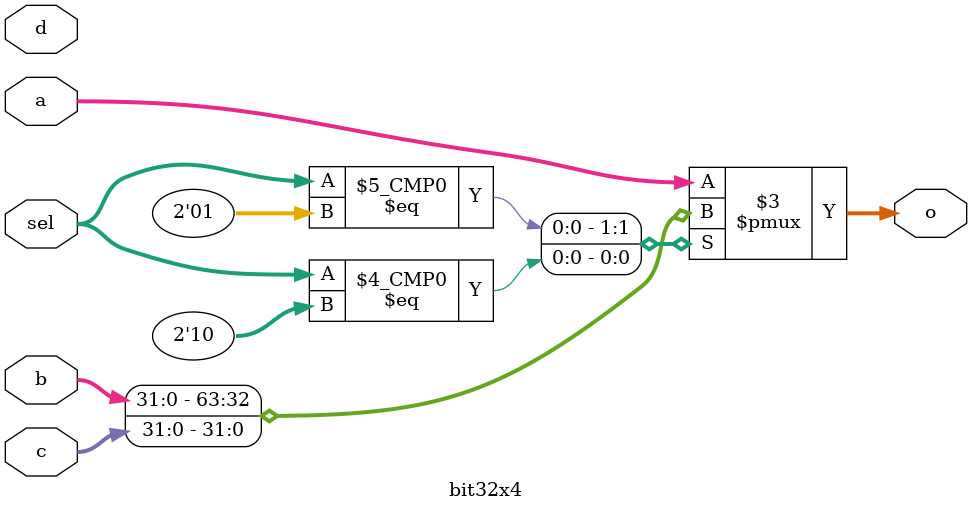
<source format=v>
`timescale 1ns / 1ps
module bit32x4(a,b,c,d,o,sel);
input [31:0]a,b,c,d;
input [1:0]sel;
output reg [31:0]o;

always@ (*)
    begin
        case (sel)
            0 : o = a;
            1 : o = b;
            2 : o = c;
            default: o = a;
        endcase
    end
endmodule

</source>
